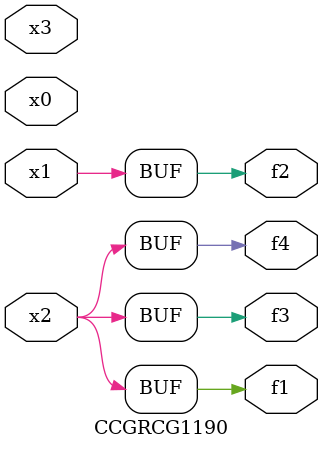
<source format=v>
module CCGRCG1190(
	input x0, x1, x2, x3,
	output f1, f2, f3, f4
);
	assign f1 = x2;
	assign f2 = x1;
	assign f3 = x2;
	assign f4 = x2;
endmodule

</source>
